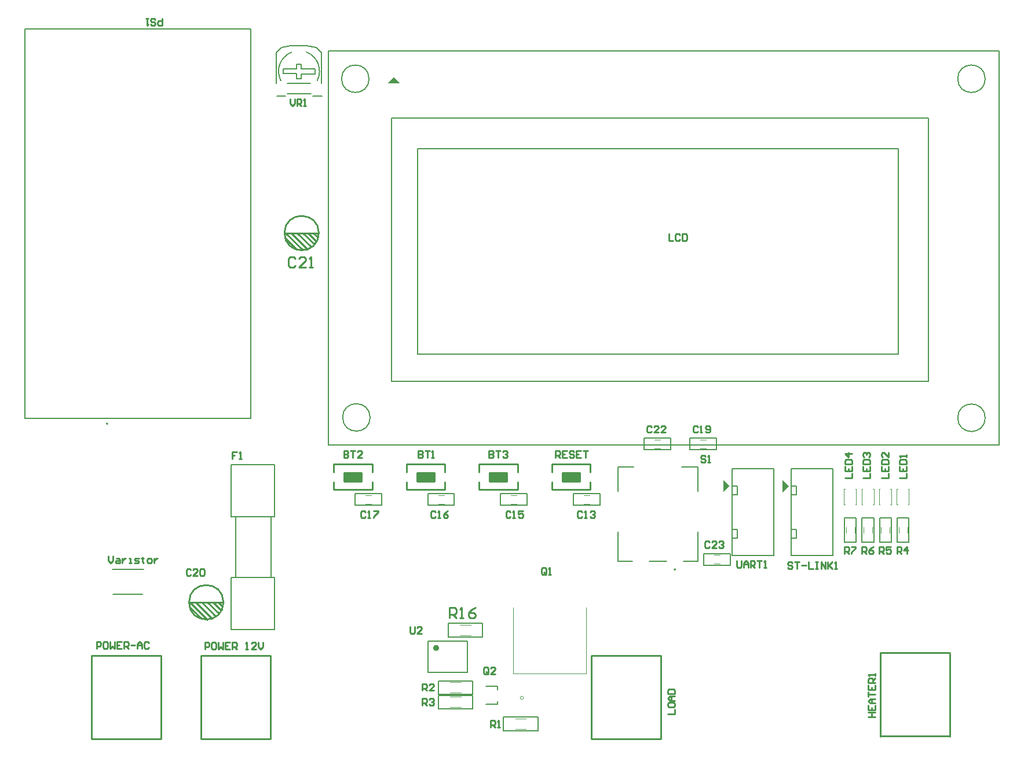
<source format=gbr>
%TF.GenerationSoftware,Altium Limited,Altium Designer,21.3.2 (30)*%
G04 Layer_Color=65535*
%FSLAX24Y24*%
%MOIN*%
%TF.SameCoordinates,B2232A1B-76E2-43D3-9B88-882A457EFEF9*%
%TF.FilePolarity,Positive*%
%TF.FileFunction,Legend,Top*%
%TF.Part,Single*%
G01*
G75*
%TA.AperFunction,NonConductor*%
%ADD59C,0.0100*%
%ADD62C,0.0079*%
%ADD63C,0.0040*%
%ADD64C,0.0050*%
%ADD65C,0.0070*%
%ADD99C,0.0000*%
%ADD100C,0.0047*%
%ADD101R,0.1000X0.0500*%
G36*
X21890Y38250D02*
X21190D01*
X21540Y38600D01*
X21890Y38250D01*
D02*
G37*
G36*
X44275Y15035D02*
X44265D01*
X43915Y14685D01*
Y15395D01*
X44275Y15035D01*
D02*
G37*
G36*
X40865D02*
X40855D01*
X40505Y14685D01*
Y15395D01*
X40865Y15035D01*
D02*
G37*
G36*
X24099Y5595D02*
X23860D01*
Y5830D01*
X24099D01*
Y5595D01*
D02*
G37*
D59*
X17230Y29610D02*
G03*
X17230Y29610I-990J0D01*
G01*
X11740Y8340D02*
G03*
X11740Y8340I-990J0D01*
G01*
X10440Y5280D02*
X14440D01*
Y475D02*
Y5230D01*
X10440Y460D02*
Y5280D01*
Y480D02*
X14440D01*
X15280Y29350D02*
X15960Y28670D01*
X15280Y29350D02*
Y29430D01*
X15310Y29610D02*
X16300Y28620D01*
X15640Y29610D02*
X16570Y28680D01*
X15630Y29610D02*
X15640D01*
X15990D02*
X16780Y28820D01*
X15950Y29610D02*
X15990D01*
X16320D02*
X16970Y28960D01*
X16630Y29610D02*
X17090Y29150D01*
X16620Y29610D02*
X16630D01*
X16930D02*
X17170Y29370D01*
X16760Y29610D02*
X16930D01*
X16760D02*
X16920D01*
X15260D02*
X17230D01*
X9790Y8080D02*
X10470Y7400D01*
X9790Y8080D02*
Y8160D01*
X9820Y8340D02*
X10810Y7350D01*
X10150Y8340D02*
X11080Y7410D01*
X10140Y8340D02*
X10150D01*
X10500D02*
X11290Y7550D01*
X10460Y8340D02*
X10500D01*
X10830D02*
X11480Y7690D01*
X11140Y8340D02*
X11600Y7880D01*
X11130Y8340D02*
X11140D01*
X11440D02*
X11680Y8100D01*
X11270Y8340D02*
X11440D01*
X11270D02*
X11430D01*
X9770D02*
X11740D01*
X30636Y15840D02*
Y16290D01*
Y14830D02*
Y15280D01*
X32246Y15310D02*
Y15810D01*
X31246D02*
X32246D01*
X31246Y15310D02*
Y15810D01*
Y15310D02*
X32246D01*
X30636Y14830D02*
X32856D01*
X30636Y16290D02*
X32856D01*
Y15840D02*
Y16290D01*
Y14830D02*
Y15280D01*
X26450Y15840D02*
Y16290D01*
Y14830D02*
Y15280D01*
X28060Y15310D02*
Y15810D01*
X27060D02*
X28060D01*
X27060Y15310D02*
Y15810D01*
Y15310D02*
X28060D01*
X26450Y14830D02*
X28670D01*
X26450Y16290D02*
X28670D01*
Y15840D02*
Y16290D01*
Y14830D02*
Y15280D01*
X49550Y5420D02*
X53550D01*
Y615D02*
Y5370D01*
X49550Y600D02*
Y5420D01*
Y620D02*
X53550D01*
X32920Y480D02*
X36920D01*
X32920Y460D02*
Y5280D01*
X36920Y475D02*
Y5230D01*
X32920Y5280D02*
X36920D01*
X4150Y480D02*
X8150D01*
X4150Y460D02*
Y5280D01*
X8150Y475D02*
Y5230D01*
X4150Y5280D02*
X8150D01*
X22265Y15840D02*
Y16290D01*
Y14830D02*
Y15280D01*
X23875Y15310D02*
Y15810D01*
X22875D02*
X23875D01*
X22875Y15310D02*
Y15810D01*
Y15310D02*
X23875D01*
X22265Y14830D02*
X24485D01*
X22265Y16290D02*
X24485D01*
Y15840D02*
Y16290D01*
Y14830D02*
Y15280D01*
X18080Y15840D02*
Y16290D01*
Y14830D02*
Y15280D01*
X19690Y15310D02*
Y15810D01*
X18690D02*
X19690D01*
X18690Y15310D02*
Y15810D01*
Y15310D02*
X19690D01*
X18080Y14830D02*
X20300D01*
X18080Y16290D02*
X20300D01*
Y15840D02*
Y16290D01*
Y14830D02*
Y15280D01*
X24760Y7440D02*
Y8040D01*
X25060D01*
X25160Y7940D01*
Y7740D01*
X25060Y7640D01*
X24760D01*
X24960D02*
X25160Y7440D01*
X25360D02*
X25560D01*
X25460D01*
Y8040D01*
X25360Y7940D01*
X26260Y8040D02*
X26060Y7940D01*
X25860Y7740D01*
Y7540D01*
X25960Y7440D01*
X26160D01*
X26260Y7540D01*
Y7640D01*
X26160Y7740D01*
X25860D01*
X5120Y10994D02*
Y10731D01*
X5251Y10600D01*
X5382Y10731D01*
Y10994D01*
X5579Y10862D02*
X5710D01*
X5776Y10797D01*
Y10600D01*
X5579D01*
X5514Y10666D01*
X5579Y10731D01*
X5776D01*
X5907Y10862D02*
Y10600D01*
Y10731D01*
X5973Y10797D01*
X6038Y10862D01*
X6104D01*
X6301Y10600D02*
X6432D01*
X6366D01*
Y10862D01*
X6301D01*
X6629Y10600D02*
X6825D01*
X6891Y10666D01*
X6825Y10731D01*
X6694D01*
X6629Y10797D01*
X6694Y10862D01*
X6891D01*
X7088Y10928D02*
Y10862D01*
X7022D01*
X7153D01*
X7088D01*
Y10666D01*
X7153Y10600D01*
X7416D02*
X7547D01*
X7613Y10666D01*
Y10797D01*
X7547Y10862D01*
X7416D01*
X7350Y10797D01*
Y10666D01*
X7416Y10600D01*
X7744Y10862D02*
Y10600D01*
Y10731D01*
X7809Y10797D01*
X7875Y10862D01*
X7941D01*
X10667Y5633D02*
Y6027D01*
X10864D01*
X10930Y5961D01*
Y5830D01*
X10864Y5764D01*
X10667D01*
X11258Y6027D02*
X11126D01*
X11061Y5961D01*
Y5699D01*
X11126Y5633D01*
X11258D01*
X11323Y5699D01*
Y5961D01*
X11258Y6027D01*
X11454D02*
Y5633D01*
X11586Y5764D01*
X11717Y5633D01*
Y6027D01*
X12110D02*
X11848D01*
Y5633D01*
X12110D01*
X11848Y5830D02*
X11979D01*
X12242Y5633D02*
Y6027D01*
X12438D01*
X12504Y5961D01*
Y5830D01*
X12438Y5764D01*
X12242D01*
X12373D02*
X12504Y5633D01*
X13029D02*
X13160D01*
X13094D01*
Y6027D01*
X13029Y5961D01*
X13619Y5633D02*
X13357D01*
X13619Y5896D01*
Y5961D01*
X13554Y6027D01*
X13422D01*
X13357Y5961D01*
X13750Y6027D02*
Y5764D01*
X13881Y5633D01*
X14013Y5764D01*
Y6027D01*
X12522Y17004D02*
X12260D01*
Y16807D01*
X12391D01*
X12260D01*
Y16610D01*
X12654D02*
X12785D01*
X12719D01*
Y17004D01*
X12654Y16938D01*
X39722Y11808D02*
X39657Y11874D01*
X39526D01*
X39460Y11808D01*
Y11546D01*
X39526Y11480D01*
X39657D01*
X39722Y11546D01*
X40116Y11480D02*
X39854D01*
X40116Y11742D01*
Y11808D01*
X40050Y11874D01*
X39919D01*
X39854Y11808D01*
X40247D02*
X40313Y11874D01*
X40444D01*
X40510Y11808D01*
Y11742D01*
X40444Y11677D01*
X40378D01*
X40444D01*
X40510Y11611D01*
Y11546D01*
X40444Y11480D01*
X40313D01*
X40247Y11546D01*
X36392Y18448D02*
X36327Y18514D01*
X36196D01*
X36130Y18448D01*
Y18186D01*
X36196Y18120D01*
X36327D01*
X36392Y18186D01*
X36786Y18120D02*
X36524D01*
X36786Y18382D01*
Y18448D01*
X36720Y18514D01*
X36589D01*
X36524Y18448D01*
X37180Y18120D02*
X36917D01*
X37180Y18382D01*
Y18448D01*
X37114Y18514D01*
X36983D01*
X36917Y18448D01*
X15870Y28120D02*
X15770Y28220D01*
X15570D01*
X15470Y28120D01*
Y27720D01*
X15570Y27620D01*
X15770D01*
X15870Y27720D01*
X16470Y27620D02*
X16070D01*
X16470Y28020D01*
Y28120D01*
X16370Y28220D01*
X16170D01*
X16070Y28120D01*
X16670Y27620D02*
X16870D01*
X16770D01*
Y28220D01*
X16670Y28120D01*
X9862Y10198D02*
X9797Y10264D01*
X9666D01*
X9600Y10198D01*
Y9936D01*
X9666Y9870D01*
X9797D01*
X9862Y9936D01*
X10256Y9870D02*
X9994D01*
X10256Y10132D01*
Y10198D01*
X10190Y10264D01*
X10059D01*
X9994Y10198D01*
X10387D02*
X10453Y10264D01*
X10584D01*
X10650Y10198D01*
Y9936D01*
X10584Y9870D01*
X10453D01*
X10387Y9936D01*
Y10198D01*
X39032Y18448D02*
X38967Y18514D01*
X38836D01*
X38770Y18448D01*
Y18186D01*
X38836Y18120D01*
X38967D01*
X39032Y18186D01*
X39164Y18120D02*
X39295D01*
X39229D01*
Y18514D01*
X39164Y18448D01*
X39492Y18186D02*
X39557Y18120D01*
X39688D01*
X39754Y18186D01*
Y18448D01*
X39688Y18514D01*
X39557D01*
X39492Y18448D01*
Y18382D01*
X39557Y18317D01*
X39754D01*
X15571Y37337D02*
Y37074D01*
X15702Y36943D01*
X15833Y37074D01*
Y37337D01*
X15964Y36943D02*
Y37337D01*
X16161D01*
X16227Y37271D01*
Y37140D01*
X16161Y37074D01*
X15964D01*
X16096D02*
X16227Y36943D01*
X16358D02*
X16489D01*
X16424D01*
Y37337D01*
X16358Y37271D01*
X41277Y10737D02*
Y10409D01*
X41343Y10343D01*
X41474D01*
X41540Y10409D01*
Y10737D01*
X41671Y10343D02*
Y10606D01*
X41802Y10737D01*
X41933Y10606D01*
Y10343D01*
Y10540D01*
X41671D01*
X42064Y10343D02*
Y10737D01*
X42261D01*
X42327Y10671D01*
Y10540D01*
X42261Y10474D01*
X42064D01*
X42196D02*
X42327Y10343D01*
X42458Y10737D02*
X42720D01*
X42589D01*
Y10343D01*
X42852D02*
X42983D01*
X42917D01*
Y10737D01*
X42852Y10671D01*
X22482Y6927D02*
Y6599D01*
X22548Y6533D01*
X22679D01*
X22744Y6599D01*
Y6927D01*
X23138Y6533D02*
X22876D01*
X23138Y6796D01*
Y6861D01*
X23072Y6927D01*
X22941D01*
X22876Y6861D01*
X44492Y10601D02*
X44426Y10667D01*
X44295D01*
X44230Y10601D01*
Y10536D01*
X44295Y10470D01*
X44426D01*
X44492Y10404D01*
Y10339D01*
X44426Y10273D01*
X44295D01*
X44230Y10339D01*
X44623Y10667D02*
X44886D01*
X44754D01*
Y10273D01*
X45017Y10470D02*
X45279D01*
X45410Y10667D02*
Y10273D01*
X45673D01*
X45804Y10667D02*
X45935D01*
X45870D01*
Y10273D01*
X45804D01*
X45935D01*
X46132D02*
Y10667D01*
X46394Y10273D01*
Y10667D01*
X46526D02*
Y10273D01*
Y10404D01*
X46788Y10667D01*
X46591Y10470D01*
X46788Y10273D01*
X46919D02*
X47050D01*
X46985D01*
Y10667D01*
X46919Y10601D01*
X39480Y16731D02*
X39414Y16797D01*
X39283D01*
X39218Y16731D01*
Y16666D01*
X39283Y16600D01*
X39414D01*
X39480Y16534D01*
Y16469D01*
X39414Y16403D01*
X39283D01*
X39218Y16469D01*
X39611Y16403D02*
X39742D01*
X39677D01*
Y16797D01*
X39611Y16731D01*
X30862Y16663D02*
Y17057D01*
X31058D01*
X31124Y16991D01*
Y16860D01*
X31058Y16794D01*
X30862D01*
X30993D02*
X31124Y16663D01*
X31518Y17057D02*
X31255D01*
Y16663D01*
X31518D01*
X31255Y16860D02*
X31386D01*
X31911Y16991D02*
X31846Y17057D01*
X31714D01*
X31649Y16991D01*
Y16926D01*
X31714Y16860D01*
X31846D01*
X31911Y16794D01*
Y16729D01*
X31846Y16663D01*
X31714D01*
X31649Y16729D01*
X32305Y17057D02*
X32042D01*
Y16663D01*
X32305D01*
X32042Y16860D02*
X32174D01*
X32436Y17057D02*
X32698D01*
X32567D01*
Y16663D01*
X47470Y11150D02*
Y11544D01*
X47667D01*
X47732Y11478D01*
Y11347D01*
X47667Y11281D01*
X47470D01*
X47601D02*
X47732Y11150D01*
X47864Y11544D02*
X48126D01*
Y11478D01*
X47864Y11216D01*
Y11150D01*
X48480D02*
Y11544D01*
X48677D01*
X48742Y11478D01*
Y11347D01*
X48677Y11281D01*
X48480D01*
X48611D02*
X48742Y11150D01*
X49136Y11544D02*
X49005Y11478D01*
X48874Y11347D01*
Y11216D01*
X48939Y11150D01*
X49070D01*
X49136Y11216D01*
Y11281D01*
X49070Y11347D01*
X48874D01*
X49490Y11150D02*
Y11544D01*
X49687D01*
X49752Y11478D01*
Y11347D01*
X49687Y11281D01*
X49490D01*
X49621D02*
X49752Y11150D01*
X50146Y11544D02*
X49884D01*
Y11347D01*
X50015Y11412D01*
X50080D01*
X50146Y11347D01*
Y11216D01*
X50080Y11150D01*
X49949D01*
X49884Y11216D01*
X50500Y11150D02*
Y11544D01*
X50697D01*
X50762Y11478D01*
Y11347D01*
X50697Y11281D01*
X50500D01*
X50631D02*
X50762Y11150D01*
X51090D02*
Y11544D01*
X50894Y11347D01*
X51156D01*
X23182Y2403D02*
Y2797D01*
X23379D01*
X23444Y2731D01*
Y2600D01*
X23379Y2534D01*
X23182D01*
X23313D02*
X23444Y2403D01*
X23576Y2731D02*
X23641Y2797D01*
X23772D01*
X23838Y2731D01*
Y2666D01*
X23772Y2600D01*
X23707D01*
X23772D01*
X23838Y2534D01*
Y2469D01*
X23772Y2403D01*
X23641D01*
X23576Y2469D01*
X23182Y3253D02*
Y3647D01*
X23379D01*
X23444Y3581D01*
Y3450D01*
X23379Y3384D01*
X23182D01*
X23313D02*
X23444Y3253D01*
X23838D02*
X23576D01*
X23838Y3516D01*
Y3581D01*
X23772Y3647D01*
X23641D01*
X23576Y3581D01*
X27118Y1143D02*
Y1537D01*
X27314D01*
X27380Y1471D01*
Y1340D01*
X27314Y1274D01*
X27118D01*
X27249D02*
X27380Y1143D01*
X27511D02*
X27642D01*
X27577D01*
Y1537D01*
X27511Y1471D01*
X26974Y4259D02*
Y4521D01*
X26909Y4587D01*
X26778D01*
X26712Y4521D01*
Y4259D01*
X26778Y4193D01*
X26909D01*
X26843Y4324D02*
X26974Y4193D01*
X26909D02*
X26974Y4259D01*
X27368Y4193D02*
X27106D01*
X27368Y4456D01*
Y4521D01*
X27302Y4587D01*
X27171D01*
X27106Y4521D01*
X30320Y9999D02*
Y10261D01*
X30254Y10327D01*
X30123D01*
X30058Y10261D01*
Y9999D01*
X30123Y9933D01*
X30254D01*
X30189Y10064D02*
X30320Y9933D01*
X30254D02*
X30320Y9999D01*
X30451Y9933D02*
X30582D01*
X30517D01*
Y10327D01*
X30451Y10261D01*
X8214Y41967D02*
Y41574D01*
X8017D01*
X7952Y41639D01*
Y41771D01*
X8017Y41836D01*
X8214D01*
X7558Y41639D02*
X7624Y41574D01*
X7755D01*
X7821Y41639D01*
Y41705D01*
X7755Y41771D01*
X7624D01*
X7558Y41836D01*
Y41902D01*
X7624Y41967D01*
X7755D01*
X7821Y41902D01*
X7427Y41967D02*
X7296D01*
X7361D01*
Y41574D01*
X7427Y41639D01*
X4431Y5663D02*
Y6057D01*
X4628D01*
X4694Y5991D01*
Y5860D01*
X4628Y5794D01*
X4431D01*
X5022Y6057D02*
X4890D01*
X4825Y5991D01*
Y5729D01*
X4890Y5663D01*
X5022D01*
X5087Y5729D01*
Y5991D01*
X5022Y6057D01*
X5218D02*
Y5663D01*
X5350Y5794D01*
X5481Y5663D01*
Y6057D01*
X5874D02*
X5612D01*
Y5663D01*
X5874D01*
X5612Y5860D02*
X5743D01*
X6006Y5663D02*
Y6057D01*
X6202D01*
X6268Y5991D01*
Y5860D01*
X6202Y5794D01*
X6006D01*
X6137D02*
X6268Y5663D01*
X6399Y5860D02*
X6662D01*
X6793Y5663D02*
Y5926D01*
X6924Y6057D01*
X7055Y5926D01*
Y5663D01*
Y5860D01*
X6793D01*
X7449Y5991D02*
X7383Y6057D01*
X7252D01*
X7186Y5991D01*
Y5729D01*
X7252Y5663D01*
X7383D01*
X7449Y5729D01*
X37313Y1898D02*
X37707D01*
Y2161D01*
X37313Y2489D02*
Y2358D01*
X37379Y2292D01*
X37641D01*
X37707Y2358D01*
Y2489D01*
X37641Y2554D01*
X37379D01*
X37313Y2489D01*
X37707Y2686D02*
X37444D01*
X37313Y2817D01*
X37444Y2948D01*
X37707D01*
X37510D01*
Y2686D01*
X37313Y3079D02*
X37707D01*
Y3276D01*
X37641Y3342D01*
X37379D01*
X37313Y3276D01*
Y3079D01*
X47503Y15518D02*
X47897D01*
Y15781D01*
X47503Y16174D02*
Y15912D01*
X47897D01*
Y16174D01*
X47700Y15912D02*
Y16043D01*
X47503Y16306D02*
X47897D01*
Y16502D01*
X47831Y16568D01*
X47569D01*
X47503Y16502D01*
Y16306D01*
X47897Y16896D02*
X47503D01*
X47700Y16699D01*
Y16962D01*
X48557Y15518D02*
X48950D01*
Y15781D01*
X48557Y16174D02*
Y15912D01*
X48950D01*
Y16174D01*
X48753Y15912D02*
Y16043D01*
X48557Y16306D02*
X48950D01*
Y16502D01*
X48885Y16568D01*
X48622D01*
X48557Y16502D01*
Y16306D01*
X48622Y16699D02*
X48557Y16765D01*
Y16896D01*
X48622Y16962D01*
X48688D01*
X48753Y16896D01*
Y16830D01*
Y16896D01*
X48819Y16962D01*
X48885D01*
X48950Y16896D01*
Y16765D01*
X48885Y16699D01*
X49610Y15518D02*
X50003D01*
Y15781D01*
X49610Y16174D02*
Y15912D01*
X50003D01*
Y16174D01*
X49807Y15912D02*
Y16043D01*
X49610Y16306D02*
X50003D01*
Y16502D01*
X49938Y16568D01*
X49675D01*
X49610Y16502D01*
Y16306D01*
X50003Y16962D02*
Y16699D01*
X49741Y16962D01*
X49675D01*
X49610Y16896D01*
Y16765D01*
X49675Y16699D01*
X50663Y15518D02*
X51057D01*
Y15781D01*
X50663Y16174D02*
Y15912D01*
X51057D01*
Y16174D01*
X50860Y15912D02*
Y16043D01*
X50663Y16306D02*
X51057D01*
Y16502D01*
X50991Y16568D01*
X50729D01*
X50663Y16502D01*
Y16306D01*
X51057Y16699D02*
Y16830D01*
Y16765D01*
X50663D01*
X50729Y16699D01*
X37365Y29557D02*
Y29163D01*
X37628D01*
X38021Y29491D02*
X37956Y29557D01*
X37824D01*
X37759Y29491D01*
Y29229D01*
X37824Y29163D01*
X37956D01*
X38021Y29229D01*
X38152Y29557D02*
Y29163D01*
X38349D01*
X38415Y29229D01*
Y29491D01*
X38349Y29557D01*
X38152D01*
X48853Y1734D02*
X49247D01*
X49050D01*
Y1996D01*
X48853D01*
X49247D01*
X48853Y2390D02*
Y2127D01*
X49247D01*
Y2390D01*
X49050Y2127D02*
Y2258D01*
X49247Y2521D02*
X48984D01*
X48853Y2652D01*
X48984Y2783D01*
X49247D01*
X49050D01*
Y2521D01*
X48853Y2914D02*
Y3177D01*
Y3046D01*
X49247D01*
X48853Y3570D02*
Y3308D01*
X49247D01*
Y3570D01*
X49050Y3308D02*
Y3439D01*
X49247Y3702D02*
X48853D01*
Y3898D01*
X48919Y3964D01*
X49050D01*
X49116Y3898D01*
Y3702D01*
Y3833D02*
X49247Y3964D01*
Y4095D02*
Y4226D01*
Y4161D01*
X48853D01*
X48919Y4095D01*
X19920Y13531D02*
X19855Y13597D01*
X19724D01*
X19658Y13531D01*
Y13269D01*
X19724Y13203D01*
X19855D01*
X19920Y13269D01*
X20052Y13203D02*
X20183D01*
X20117D01*
Y13597D01*
X20052Y13531D01*
X20380Y13597D02*
X20642D01*
Y13531D01*
X20380Y13269D01*
Y13203D01*
X23940Y13531D02*
X23875Y13597D01*
X23744D01*
X23678Y13531D01*
Y13269D01*
X23744Y13203D01*
X23875D01*
X23940Y13269D01*
X24072Y13203D02*
X24203D01*
X24137D01*
Y13597D01*
X24072Y13531D01*
X24662Y13597D02*
X24531Y13531D01*
X24400Y13400D01*
Y13269D01*
X24465Y13203D01*
X24596D01*
X24662Y13269D01*
Y13334D01*
X24596Y13400D01*
X24400D01*
X28260Y13531D02*
X28195Y13597D01*
X28064D01*
X27998Y13531D01*
Y13269D01*
X28064Y13203D01*
X28195D01*
X28260Y13269D01*
X28392Y13203D02*
X28523D01*
X28457D01*
Y13597D01*
X28392Y13531D01*
X28982Y13597D02*
X28720D01*
Y13400D01*
X28851Y13466D01*
X28916D01*
X28982Y13400D01*
Y13269D01*
X28916Y13203D01*
X28785D01*
X28720Y13269D01*
X32390Y13531D02*
X32325Y13597D01*
X32194D01*
X32128Y13531D01*
Y13269D01*
X32194Y13203D01*
X32325D01*
X32390Y13269D01*
X32522Y13203D02*
X32653D01*
X32587D01*
Y13597D01*
X32522Y13531D01*
X32850D02*
X32915Y13597D01*
X33046D01*
X33112Y13531D01*
Y13466D01*
X33046Y13400D01*
X32981D01*
X33046D01*
X33112Y13334D01*
Y13269D01*
X33046Y13203D01*
X32915D01*
X32850Y13269D01*
X27015Y17057D02*
Y16663D01*
X27212D01*
X27278Y16729D01*
Y16794D01*
X27212Y16860D01*
X27015D01*
X27212D01*
X27278Y16926D01*
Y16991D01*
X27212Y17057D01*
X27015D01*
X27409D02*
X27671D01*
X27540D01*
Y16663D01*
X27802Y16991D02*
X27868Y17057D01*
X27999D01*
X28065Y16991D01*
Y16926D01*
X27999Y16860D01*
X27934D01*
X27999D01*
X28065Y16794D01*
Y16729D01*
X27999Y16663D01*
X27868D01*
X27802Y16729D01*
X18665Y17057D02*
Y16663D01*
X18862D01*
X18928Y16729D01*
Y16794D01*
X18862Y16860D01*
X18665D01*
X18862D01*
X18928Y16926D01*
Y16991D01*
X18862Y17057D01*
X18665D01*
X19059D02*
X19321D01*
X19190D01*
Y16663D01*
X19715D02*
X19452D01*
X19715Y16926D01*
Y16991D01*
X19649Y17057D01*
X19518D01*
X19452Y16991D01*
X22941Y17057D02*
Y16663D01*
X23138D01*
X23203Y16729D01*
Y16794D01*
X23138Y16860D01*
X22941D01*
X23138D01*
X23203Y16926D01*
Y16991D01*
X23138Y17057D01*
X22941D01*
X23334D02*
X23597D01*
X23466D01*
Y16663D01*
X23728D02*
X23859D01*
X23794D01*
Y17057D01*
X23728Y16991D01*
D62*
X24123Y5712D02*
G03*
X24123Y5712I-142J0D01*
G01*
X37764Y10224D02*
G03*
X37764Y10224I-39J0D01*
G01*
X5073Y18625D02*
G03*
X5073Y18625I-39J0D01*
G01*
X23528Y4294D02*
Y6106D01*
Y4294D02*
X25772D01*
Y6106D01*
X23528D02*
X25772D01*
X27502Y2468D02*
Y2645D01*
Y3315D02*
Y3492D01*
X26862D02*
X27502D01*
X26862Y2468D02*
X27502D01*
D63*
X39180Y17710D02*
X39520D01*
X39180Y17210D02*
X39520D01*
X36550Y17710D02*
X36890D01*
X36550Y17210D02*
X36890D01*
X25360Y7040D02*
X25980D01*
X25360Y6440D02*
X25980D01*
X39980Y10560D02*
X40320D01*
X39980Y11060D02*
X40320D01*
X24099Y14010D02*
X24439D01*
X24099Y14510D02*
X24439D01*
X28284Y14010D02*
X28624D01*
X28284Y14510D02*
X28624D01*
X32469Y14010D02*
X32809D01*
X32469Y14510D02*
X32809D01*
X51103Y12331D02*
Y12671D01*
X50603Y12331D02*
Y12671D01*
X50095Y12331D02*
Y12671D01*
X49595Y12331D02*
Y12671D01*
X49086Y12331D02*
Y12671D01*
X48586Y12331D02*
Y12671D01*
X48078Y12331D02*
Y12671D01*
X47578Y12331D02*
Y12671D01*
X50130Y13961D02*
X50180D01*
Y14861D01*
X50130D02*
X50180D01*
X49480Y13961D02*
X49530D01*
X49480D02*
Y14861D01*
X49530D01*
X48113Y13961D02*
X48163D01*
Y14861D01*
X48113D02*
X48163D01*
X47463Y13961D02*
X47513D01*
X47463D02*
Y14861D01*
X47513D01*
X28540Y1630D02*
X29160D01*
X28540Y1030D02*
X29160D01*
X24790Y2290D02*
X25410D01*
X24790Y2890D02*
X25410D01*
X24790Y3720D02*
X25410D01*
X24790Y3120D02*
X25410D01*
X19913Y14010D02*
X20253D01*
X19913Y14510D02*
X20253D01*
X48471Y14861D02*
X48521D01*
X48471Y13961D02*
Y14861D01*
Y13961D02*
X48521D01*
X49121Y14861D02*
X49171D01*
Y13961D02*
Y14861D01*
X49121Y13961D02*
X49171D01*
X50488Y14861D02*
X50538D01*
X50488Y13961D02*
Y14861D01*
Y13961D02*
X50538D01*
X51138Y14861D02*
X51188D01*
Y13961D02*
Y14861D01*
X51138Y13961D02*
X51188D01*
D64*
X38580Y17120D02*
X40110D01*
Y17790D01*
X38580D02*
X40110D01*
X38580Y17120D02*
Y17790D01*
X35950Y17120D02*
X37480D01*
Y17790D01*
X35950D02*
X37480D01*
X35950Y17120D02*
Y17790D01*
X26660Y6350D02*
Y7120D01*
X24680Y6350D02*
X26660D01*
X24680D02*
Y7120D01*
X26660D01*
X5342Y10238D02*
X7138D01*
X5394Y8802D02*
X7086D01*
X39390Y11150D02*
X40920D01*
X39390Y10480D02*
Y11150D01*
Y10480D02*
X40920D01*
Y11150D01*
X23499Y13920D02*
Y14590D01*
X25029D01*
Y13920D02*
Y14590D01*
X23499Y13920D02*
X25029D01*
X27684D02*
Y14590D01*
X29214D01*
Y13920D02*
Y14590D01*
X27684Y13920D02*
X29214D01*
X31869D02*
Y14590D01*
X33399D01*
Y13920D02*
Y14590D01*
X31869Y13920D02*
X33399D01*
X34437Y10716D02*
Y12389D01*
Y14751D02*
Y16129D01*
X35362D01*
X38118D02*
X39043D01*
Y14751D02*
Y16129D01*
Y10716D02*
Y12389D01*
X38216Y10716D02*
X39043D01*
X36248D02*
X37232D01*
X34437D02*
X35264D01*
X50513Y11801D02*
Y13201D01*
Y11801D02*
X51183D01*
Y13201D01*
X50513D02*
X51183D01*
X49505Y11801D02*
Y13201D01*
Y11801D02*
X50175D01*
Y13201D01*
X49505D02*
X50175D01*
X48496Y11801D02*
Y13201D01*
Y11801D02*
X49166D01*
Y13201D01*
X48496D02*
X49166D01*
X47488Y11801D02*
Y13201D01*
Y11801D02*
X48158D01*
Y13201D01*
X47488D02*
X48158D01*
X27860Y950D02*
X29840D01*
Y1720D01*
X27860D02*
X29840D01*
X27860Y950D02*
Y1720D01*
X24110Y2970D02*
X26090D01*
X24110Y2200D02*
Y2970D01*
Y2200D02*
X26090D01*
Y2970D01*
X24110Y3040D02*
X26090D01*
Y3810D01*
X24110D02*
X26090D01*
X24110Y3040D02*
Y3810D01*
X19313Y13920D02*
Y14590D01*
X20843D01*
Y13920D02*
Y14590D01*
X19313Y13920D02*
X20843D01*
X309Y18920D02*
X13301D01*
X309D02*
Y41361D01*
X13301D01*
Y18920D02*
Y41361D01*
D65*
X20180Y18990D02*
G03*
X20180Y18990I-791J0D01*
G01*
X20120Y38500D02*
G03*
X20120Y38500I-791J0D01*
G01*
X55580D02*
G03*
X55580Y38500I-791J0D01*
G01*
Y18970D02*
G03*
X55580Y18970I-791J0D01*
G01*
X15671Y40031D02*
G03*
X15046Y38383I419J-1101D01*
G01*
X17134Y38393D02*
G03*
X16509Y40041I-1044J547D01*
G01*
X22930Y22650D02*
X50590D01*
Y34480D01*
X22930D02*
X50590D01*
X22930Y22650D02*
Y34480D01*
X21430Y21080D02*
X52300D01*
Y36230D01*
X21430D02*
X52300D01*
X21430Y21080D02*
Y36230D01*
X17800Y17400D02*
X56390D01*
Y40100D01*
X17790D02*
X56390D01*
X17790Y17400D02*
Y40100D01*
X12440Y9770D02*
Y13270D01*
X12190D02*
Y16270D01*
X14690Y13270D02*
Y16270D01*
X12190Y13270D02*
X14690D01*
X12190Y16270D02*
X14690D01*
X12190Y6770D02*
X14690D01*
X14490Y9770D02*
Y13270D01*
X14690Y6770D02*
Y9770D01*
X12190Y6770D02*
Y9770D01*
X14690D01*
X41020Y12040D02*
X41320D01*
Y12540D01*
X41020D02*
X41320D01*
X41000Y14520D02*
X41300D01*
Y15020D01*
X41000D02*
X41300D01*
X43400Y11040D02*
Y16040D01*
X41000Y11040D02*
X42000D01*
X41000D02*
Y16040D01*
X43400D01*
X42000Y11040D02*
X43400D01*
X44430Y12040D02*
X44730D01*
Y12540D01*
X44430D02*
X44730D01*
X44410Y14520D02*
X44710D01*
Y15020D01*
X44410D02*
X44710D01*
X46810Y11040D02*
Y16040D01*
X44410Y11040D02*
X45410D01*
X44410D02*
Y16040D01*
X46810D01*
X45410Y11040D02*
X46810D01*
X15180Y39060D02*
X15950D01*
Y39320D01*
X16220D01*
Y39070D02*
Y39320D01*
Y39070D02*
X17010D01*
Y38780D02*
Y39070D01*
X16210Y38780D02*
X17010D01*
X16210Y38490D02*
Y38780D01*
X15940Y38490D02*
X16210D01*
X15940D02*
Y38790D01*
X15170D02*
X15940D01*
X15170D02*
Y39060D01*
X15410Y38220D02*
X16760D01*
X16505Y40390D02*
X17090Y40300D01*
X17390Y40000D01*
Y38250D02*
Y40000D01*
X15400Y37630D02*
X16770D01*
X14780Y38240D02*
Y39990D01*
X15090Y40300D01*
X15630Y40390D01*
X16505D01*
X16890Y37490D02*
X17400D01*
X14800D02*
X15310D01*
D99*
X29014Y2833D02*
G03*
X29014Y2833I-98J0D01*
G01*
D100*
X28408Y4234D02*
X32604D01*
X28408D02*
Y8037D01*
X32612Y4234D02*
Y8037D01*
D101*
X31746Y15560D02*
D03*
X27560D02*
D03*
X23375D02*
D03*
X19190D02*
D03*
%TF.MD5,358d07dacfc3f6f8804e609208c79bac*%
M02*

</source>
